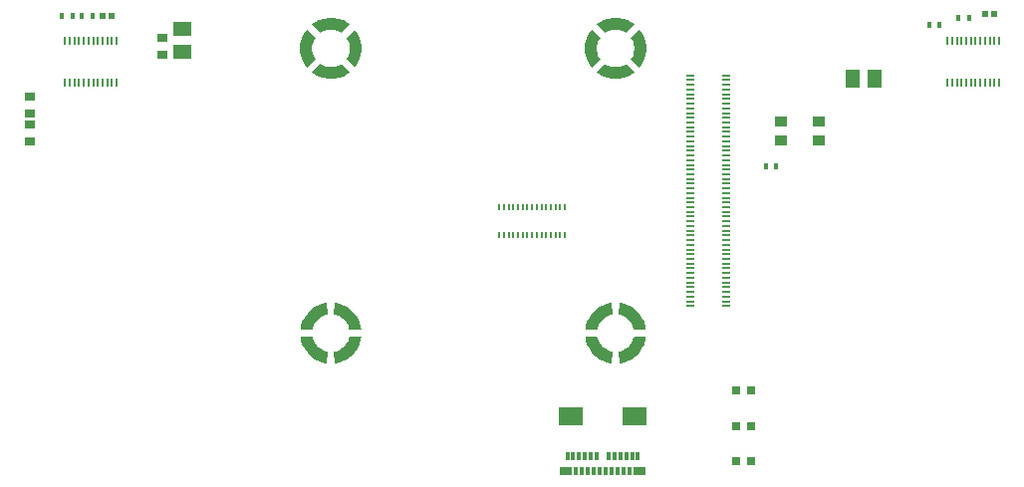
<source format=gbp>
G04*
G04 #@! TF.GenerationSoftware,Altium Limited,Altium Designer,21.2.2 (38)*
G04*
G04 Layer_Color=128*
%FSLAX44Y44*%
%MOMM*%
G71*
G04*
G04 #@! TF.SameCoordinates,36405A5B-2418-4226-AFD0-962F11BE92B9*
G04*
G04*
G04 #@! TF.FilePolarity,Positive*
G04*
G01*
G75*
%ADD15R,0.4500X0.5500*%
%ADD30R,0.9000X0.7000*%
%ADD33R,1.3000X1.5000*%
%ADD36R,0.5200X0.5200*%
%ADD37R,1.5000X1.3000*%
%ADD38R,1.0000X0.9000*%
%ADD104R,0.1500X0.6500*%
%ADD105R,0.8000X0.8000*%
%ADD106R,2.0000X1.5000*%
%ADD107R,0.7000X0.1800*%
%ADD108R,0.2200X0.5000*%
%ADD109R,0.3000X0.7000*%
%ADD110R,1.0000X0.7000*%
G36*
X-196806Y-214169D02*
X-186757Y-213778D01*
X-186499Y-214972D01*
X-185714Y-217284D01*
X-184587Y-219449D01*
X-183144Y-221418D01*
X-181418Y-223144D01*
X-179449Y-224587D01*
X-177284Y-225714D01*
X-174972Y-226499D01*
X-173778Y-226757D01*
Y-226757D01*
X-174169Y-236806D01*
X-176313Y-236543D01*
X-180456Y-235316D01*
X-184340Y-233422D01*
X-187857Y-230912D01*
X-190912Y-227857D01*
X-193422Y-224340D01*
X-195316Y-220456D01*
X-196543Y-216313D01*
X-196806Y-214169D01*
X-196806Y-214169D01*
D02*
G37*
G36*
X-174169Y-185194D02*
X-173778Y-195243D01*
X-174972Y-195501D01*
X-177284Y-196286D01*
X-179449Y-197413D01*
X-181418Y-198856D01*
X-183144Y-200582D01*
X-184587Y-202551D01*
X-185714Y-204716D01*
X-186499Y-207028D01*
X-186757Y-208222D01*
X-186757Y-208222D01*
X-196806Y-207831D01*
X-196543Y-205687D01*
X-195316Y-201544D01*
X-193422Y-197661D01*
X-190912Y-194143D01*
X-187857Y-191088D01*
X-184340Y-188578D01*
X-180456Y-186684D01*
X-176313Y-185457D01*
X-174169Y-185194D01*
X-174169D01*
D02*
G37*
G36*
X-167831Y-236806D02*
X-168222Y-226757D01*
X-167028Y-226499D01*
X-164716Y-225714D01*
X-162551Y-224587D01*
X-160582Y-223144D01*
X-158856Y-221418D01*
X-157413Y-219449D01*
X-156286Y-217284D01*
X-155501Y-214972D01*
X-155243Y-213778D01*
D01*
X-145194Y-214169D01*
X-145457Y-216313D01*
X-146684Y-220456D01*
X-148578Y-224340D01*
X-151088Y-227857D01*
X-154143Y-230912D01*
X-157661Y-233422D01*
X-161544Y-235316D01*
X-165687Y-236543D01*
X-167831Y-236806D01*
Y-236806D01*
D02*
G37*
G36*
X-145194Y-207831D02*
X-155243Y-208222D01*
X-155501Y-207028D01*
X-156286Y-204716D01*
X-157413Y-202551D01*
X-158856Y-200582D01*
X-160582Y-198856D01*
X-162551Y-197413D01*
X-164716Y-196286D01*
X-167028Y-195501D01*
X-168222Y-195243D01*
X-168222D01*
X-167831Y-185194D01*
X-165687Y-185457D01*
X-161544Y-186684D01*
X-157661Y-188578D01*
X-154143Y-191088D01*
X-151088Y-194143D01*
X-148578Y-197661D01*
X-146684Y-201544D01*
X-145457Y-205687D01*
X-145194Y-207831D01*
D01*
D02*
G37*
G36*
X-164578Y56287D02*
X-160492Y54880D01*
X-156695Y52818D01*
X-154993Y51488D01*
X-154993D01*
X-161823Y44106D01*
X-162849Y44768D01*
X-165039Y45848D01*
X-167367Y46582D01*
X-169779Y46953D01*
X-172221D01*
X-174633Y46582D01*
X-176961Y45848D01*
X-179151Y44768D01*
X-180177Y44106D01*
X-180177Y44106D01*
X-187007Y51488D01*
X-185305Y52818D01*
X-181507Y54880D01*
X-177422Y56287D01*
X-173160Y57000D01*
X-168840D01*
X-164578Y56287D01*
D02*
G37*
G36*
X-184107Y40177D02*
X-184768Y39151D01*
X-185848Y36961D01*
X-186582Y34633D01*
X-186953Y32220D01*
Y29780D01*
X-186582Y27367D01*
X-185848Y25039D01*
X-184768Y22849D01*
X-184107Y21823D01*
X-184106Y21823D01*
X-184107Y21823D01*
D01*
X-191488Y14993D01*
X-192818Y16695D01*
X-194880Y20492D01*
X-196287Y24578D01*
X-197000Y28840D01*
Y33160D01*
X-196287Y37422D01*
X-194880Y41508D01*
X-192818Y45305D01*
X-191488Y47007D01*
X-191488Y47007D01*
X-184107Y40177D01*
D02*
G37*
G36*
X-154993Y10512D02*
X-156695Y9182D01*
X-160492Y7120D01*
X-164578Y5713D01*
X-168840Y5000D01*
X-173160D01*
X-177422Y5713D01*
X-181507Y7120D01*
X-185305Y9182D01*
X-187007Y10512D01*
Y10512D01*
X-180177Y17894D01*
X-179151Y17232D01*
X-176961Y16152D01*
X-174633Y15418D01*
X-172221Y15047D01*
X-169779D01*
X-167367Y15418D01*
X-165039Y16152D01*
X-162849Y17232D01*
X-161823Y17894D01*
X-161823Y17894D01*
X-154993Y10512D01*
D02*
G37*
G36*
X-149182Y45305D02*
X-147120Y41508D01*
X-145713Y37422D01*
X-145000Y33160D01*
Y28840D01*
X-145713Y24578D01*
X-147120Y20492D01*
X-149182Y16695D01*
X-150512Y14993D01*
X-157894Y21823D01*
X-157232Y22849D01*
X-156152Y25039D01*
X-155418Y27367D01*
X-155047Y29780D01*
Y32220D01*
X-155418Y34633D01*
X-156152Y36961D01*
X-157232Y39151D01*
X-157894Y40177D01*
X-157894Y40177D01*
X-150512Y47007D01*
X-149182Y45305D01*
D02*
G37*
G36*
X45194Y-214169D02*
X55243Y-213778D01*
X55501Y-214972D01*
X56286Y-217284D01*
X57413Y-219449D01*
X58856Y-221418D01*
X60582Y-223144D01*
X62551Y-224587D01*
X64716Y-225714D01*
X67028Y-226499D01*
X68222Y-226757D01*
Y-226757D01*
X67831Y-236806D01*
X65687Y-236543D01*
X61544Y-235316D01*
X57660Y-233422D01*
X54143Y-230912D01*
X51087Y-227857D01*
X48578Y-224340D01*
X46684Y-220456D01*
X45457Y-216313D01*
X45194Y-214169D01*
X45194Y-214169D01*
D02*
G37*
G36*
X67831Y-185194D02*
X68222Y-195243D01*
X67028Y-195501D01*
X64716Y-196286D01*
X62551Y-197413D01*
X60582Y-198856D01*
X58856Y-200582D01*
X57413Y-202551D01*
X56286Y-204716D01*
X55501Y-207028D01*
X55243Y-208222D01*
X55243Y-208222D01*
X45194Y-207831D01*
X45457Y-205687D01*
X46684Y-201544D01*
X48578Y-197661D01*
X51087Y-194143D01*
X54143Y-191088D01*
X57660Y-188578D01*
X61544Y-186684D01*
X65687Y-185457D01*
X67831Y-185194D01*
X67831D01*
D02*
G37*
G36*
X74169Y-236806D02*
X73778Y-226757D01*
X74972Y-226499D01*
X77284Y-225714D01*
X79449Y-224587D01*
X81418Y-223144D01*
X83144Y-221418D01*
X84587Y-219449D01*
X85714Y-217284D01*
X86499Y-214972D01*
X86757Y-213778D01*
D01*
X96806Y-214169D01*
X96543Y-216313D01*
X95316Y-220456D01*
X93422Y-224340D01*
X90912Y-227857D01*
X87857Y-230912D01*
X84339Y-233422D01*
X80456Y-235316D01*
X76313Y-236543D01*
X74169Y-236806D01*
Y-236806D01*
D02*
G37*
G36*
X96806Y-207831D02*
X86757Y-208222D01*
X86499Y-207028D01*
X85714Y-204716D01*
X84587Y-202551D01*
X83144Y-200582D01*
X81418Y-198856D01*
X79449Y-197413D01*
X77284Y-196286D01*
X74972Y-195501D01*
X73778Y-195243D01*
X73778D01*
X74169Y-185194D01*
X76313Y-185457D01*
X80456Y-186684D01*
X84339Y-188578D01*
X87857Y-191088D01*
X90912Y-194143D01*
X93422Y-197661D01*
X95316Y-201544D01*
X96543Y-205687D01*
X96806Y-207831D01*
D01*
D02*
G37*
G36*
X77422Y56287D02*
X81508Y54880D01*
X85305Y52818D01*
X87007Y51488D01*
X87007D01*
X80177Y44106D01*
X79151Y44768D01*
X76961Y45848D01*
X74633Y46582D01*
X72221Y46953D01*
X69779D01*
X67367Y46582D01*
X65039Y45848D01*
X62849Y44768D01*
X61823Y44106D01*
X61823Y44106D01*
X54993Y51488D01*
X56695Y52818D01*
X60493Y54880D01*
X64578Y56287D01*
X68840Y57000D01*
X73160D01*
X77422Y56287D01*
D02*
G37*
G36*
X57894Y21823D02*
D01*
X57894Y21823D01*
X57894Y21823D01*
D02*
G37*
G36*
X87007Y10512D02*
X85305Y9182D01*
X81508Y7120D01*
X77422Y5713D01*
X73160Y5000D01*
X68840D01*
X64578Y5713D01*
X60493Y7120D01*
X56695Y9182D01*
X54993Y10512D01*
Y10512D01*
X61823Y17894D01*
X62849Y17232D01*
X65039Y16152D01*
X67367Y15418D01*
X69779Y15047D01*
X72221D01*
X74633Y15418D01*
X76961Y16152D01*
X79151Y17232D01*
X80177Y17894D01*
X80177Y17894D01*
X87007Y10512D01*
D02*
G37*
G36*
X92818Y45305D02*
X94880Y41508D01*
X96287Y37422D01*
X97000Y33160D01*
Y28840D01*
X96287Y24578D01*
X94880Y20492D01*
X92818Y16695D01*
X91488Y14993D01*
X84106Y21823D01*
X84768Y22849D01*
X85848Y25039D01*
X86582Y27367D01*
X86953Y29780D01*
Y32220D01*
X86582Y34633D01*
X85848Y36961D01*
X84768Y39151D01*
X84106Y40177D01*
X84106Y40177D01*
X91488Y47007D01*
X92818Y45305D01*
D02*
G37*
G36*
X57894Y40177D02*
X57232Y39151D01*
X56152Y36961D01*
X55418Y34633D01*
X55047Y32220D01*
Y29780D01*
X55418Y27367D01*
X56152Y25039D01*
X57232Y22849D01*
X57894Y21823D01*
X50512Y14993D01*
X49182Y16695D01*
X47120Y20492D01*
X45713Y24578D01*
X45000Y28840D01*
Y33160D01*
X45713Y37422D01*
X47120Y41508D01*
X49182Y45305D01*
X50512Y47007D01*
X50512Y47007D01*
X57894Y40177D01*
D02*
G37*
D15*
X337500Y51000D02*
D03*
X346500D02*
D03*
X362500Y57000D02*
D03*
X371500D02*
D03*
X198500Y-69000D02*
D03*
X207500D02*
D03*
X-399500Y59000D02*
D03*
X-390500D02*
D03*
X-382500D02*
D03*
X-373500D02*
D03*
D30*
X-427000Y-34000D02*
D03*
Y-48000D02*
D03*
Y-10000D02*
D03*
Y-24000D02*
D03*
X-314000Y40000D02*
D03*
Y26000D02*
D03*
D33*
X291500Y5000D02*
D03*
X272500D02*
D03*
D36*
X393000Y60000D02*
D03*
X385000D02*
D03*
X-357000Y59000D02*
D03*
X-365000D02*
D03*
D37*
X-297000Y28500D02*
D03*
Y47500D02*
D03*
D38*
X244000Y-31500D02*
D03*
Y-47500D02*
D03*
X211500Y-31500D02*
D03*
Y-47500D02*
D03*
D104*
X397000Y37750D02*
D03*
X393000D02*
D03*
X389000D02*
D03*
X385000D02*
D03*
X381000D02*
D03*
X377000D02*
D03*
X373000D02*
D03*
X369000D02*
D03*
X365000D02*
D03*
X361000D02*
D03*
X357000D02*
D03*
X353000D02*
D03*
X397000Y2250D02*
D03*
X393000D02*
D03*
X389000D02*
D03*
X385000D02*
D03*
X381000D02*
D03*
X377000D02*
D03*
X373000D02*
D03*
X369000D02*
D03*
X365000D02*
D03*
X361000D02*
D03*
X357000D02*
D03*
X353000D02*
D03*
X-397000D02*
D03*
X-393000D02*
D03*
X-389000D02*
D03*
X-385000D02*
D03*
X-381000D02*
D03*
X-377000D02*
D03*
X-373000D02*
D03*
X-369000D02*
D03*
X-365000D02*
D03*
X-361000D02*
D03*
X-357000D02*
D03*
X-353000D02*
D03*
X-397000Y37750D02*
D03*
X-393000D02*
D03*
X-389000D02*
D03*
X-385000D02*
D03*
X-381000D02*
D03*
X-377000D02*
D03*
X-373000D02*
D03*
X-369000D02*
D03*
X-365000D02*
D03*
X-361000D02*
D03*
X-357000D02*
D03*
X-353000D02*
D03*
D105*
X186250Y-260000D02*
D03*
X173750D02*
D03*
X186250Y-320000D02*
D03*
X173750D02*
D03*
X186250Y-290000D02*
D03*
X173750D02*
D03*
D106*
X33000Y-282000D02*
D03*
X87000D02*
D03*
D107*
X134600Y8000D02*
D03*
Y-4000D02*
D03*
Y-12000D02*
D03*
Y-16000D02*
D03*
Y-20000D02*
D03*
Y-24000D02*
D03*
Y-28000D02*
D03*
Y-32000D02*
D03*
Y-36000D02*
D03*
Y-40000D02*
D03*
Y-44000D02*
D03*
Y-48000D02*
D03*
Y-52000D02*
D03*
Y-56000D02*
D03*
Y-60000D02*
D03*
Y-64000D02*
D03*
Y-68000D02*
D03*
Y-72000D02*
D03*
Y-76000D02*
D03*
Y-80000D02*
D03*
Y-84000D02*
D03*
Y-88000D02*
D03*
Y-92000D02*
D03*
Y-96000D02*
D03*
Y-100000D02*
D03*
Y-104000D02*
D03*
Y-108000D02*
D03*
Y-112000D02*
D03*
Y-116000D02*
D03*
Y-120000D02*
D03*
Y-124000D02*
D03*
Y-128000D02*
D03*
Y-132000D02*
D03*
Y-136000D02*
D03*
Y-140000D02*
D03*
Y-152000D02*
D03*
Y-164000D02*
D03*
Y-168000D02*
D03*
Y-172000D02*
D03*
Y-176000D02*
D03*
Y-180000D02*
D03*
Y-184000D02*
D03*
Y-188000D02*
D03*
X165400Y8000D02*
D03*
Y-4000D02*
D03*
Y-12000D02*
D03*
Y-16000D02*
D03*
Y-20000D02*
D03*
Y-24000D02*
D03*
Y-28000D02*
D03*
Y-32000D02*
D03*
Y-36000D02*
D03*
Y-40000D02*
D03*
Y-44000D02*
D03*
Y-48000D02*
D03*
Y-52000D02*
D03*
Y-56000D02*
D03*
Y-60000D02*
D03*
Y-64000D02*
D03*
Y-68000D02*
D03*
Y-72000D02*
D03*
Y-76000D02*
D03*
Y-80000D02*
D03*
Y-84000D02*
D03*
Y-88000D02*
D03*
Y-92000D02*
D03*
Y-96000D02*
D03*
Y-100000D02*
D03*
Y-104000D02*
D03*
Y-108000D02*
D03*
Y-112000D02*
D03*
Y-116000D02*
D03*
Y-120000D02*
D03*
Y-124000D02*
D03*
Y-128000D02*
D03*
Y-140000D02*
D03*
Y-144000D02*
D03*
Y-148000D02*
D03*
Y-152000D02*
D03*
Y-164000D02*
D03*
Y-168000D02*
D03*
Y-172000D02*
D03*
Y-176000D02*
D03*
Y-188000D02*
D03*
X134600Y-144000D02*
D03*
Y-148000D02*
D03*
X165400Y4000D02*
D03*
Y0D02*
D03*
X134600Y4000D02*
D03*
Y0D02*
D03*
Y-8000D02*
D03*
Y-156000D02*
D03*
Y-160000D02*
D03*
X165400Y-156000D02*
D03*
Y-160000D02*
D03*
Y-180000D02*
D03*
Y-184000D02*
D03*
Y-8000D02*
D03*
Y-132000D02*
D03*
Y-136000D02*
D03*
D108*
X16000Y-104000D02*
D03*
X20000D02*
D03*
X8000D02*
D03*
X12000D02*
D03*
X8000Y-128000D02*
D03*
X12000D02*
D03*
X28000D02*
D03*
X24000D02*
D03*
X20000D02*
D03*
X16000D02*
D03*
X4000D02*
D03*
X0D02*
D03*
X-4000D02*
D03*
X-8000D02*
D03*
X-12000D02*
D03*
X-16000D02*
D03*
X-20000D02*
D03*
X-24000D02*
D03*
X-28000D02*
D03*
Y-104000D02*
D03*
X-24000D02*
D03*
X-20000D02*
D03*
X-16000D02*
D03*
X-12000D02*
D03*
X-8000D02*
D03*
X-4000D02*
D03*
X0D02*
D03*
X4000D02*
D03*
X24000D02*
D03*
X28000D02*
D03*
D109*
X37500Y-328500D02*
D03*
X42500D02*
D03*
X90000Y-315500D02*
D03*
X85000D02*
D03*
X80000D02*
D03*
X75000D02*
D03*
X70000D02*
D03*
X65000D02*
D03*
X55000D02*
D03*
X50000D02*
D03*
X45000D02*
D03*
X40000D02*
D03*
X35000D02*
D03*
X30000D02*
D03*
X47500Y-328500D02*
D03*
X52500D02*
D03*
X57500D02*
D03*
X62500D02*
D03*
X67500D02*
D03*
X72500D02*
D03*
X77500D02*
D03*
X82500D02*
D03*
D110*
X29000D02*
D03*
X91000D02*
D03*
M02*

</source>
